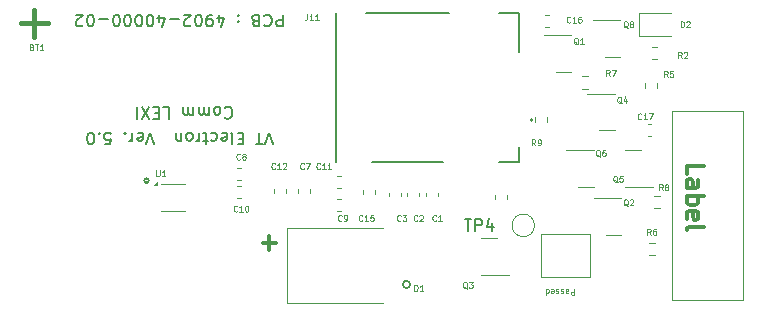
<source format=gbr>
%TF.GenerationSoftware,KiCad,Pcbnew,8.0.5*%
%TF.CreationDate,2024-10-08T13:53:17+03:00*%
%TF.ProjectId,LEXI-R422,4c455849-2d52-4343-9232-2e6b69636164,rev?*%
%TF.SameCoordinates,Original*%
%TF.FileFunction,Legend,Top*%
%TF.FilePolarity,Positive*%
%FSLAX46Y46*%
G04 Gerber Fmt 4.6, Leading zero omitted, Abs format (unit mm)*
G04 Created by KiCad (PCBNEW 8.0.5) date 2024-10-08 13:53:17*
%MOMM*%
%LPD*%
G01*
G04 APERTURE LIST*
%ADD10C,0.200000*%
%ADD11C,0.100000*%
%ADD12C,0.300000*%
%ADD13C,0.150000*%
%ADD14C,0.450000*%
%ADD15C,0.120000*%
%ADD16C,0.127000*%
G04 APERTURE END LIST*
D10*
X46510047Y-1200000D02*
G75*
G02*
X45889953Y-1200000I-310047J0D01*
G01*
X45889953Y-1200000D02*
G75*
G02*
X46510047Y-1200000I310047J0D01*
G01*
X24400000Y7600000D02*
G75*
G02*
X24000000Y7600000I-200000J0D01*
G01*
X24000000Y7600000D02*
G75*
G02*
X24400000Y7600000I200000J0D01*
G01*
D11*
X57600000Y3057600D02*
X61714800Y3057600D01*
X61714800Y-600000D01*
X57600000Y-600000D01*
X57600000Y3057600D01*
D10*
X35738094Y21652219D02*
X35738094Y20652219D01*
X35738094Y20652219D02*
X35357142Y20652219D01*
X35357142Y20652219D02*
X35261904Y20699838D01*
X35261904Y20699838D02*
X35214285Y20747457D01*
X35214285Y20747457D02*
X35166666Y20842695D01*
X35166666Y20842695D02*
X35166666Y20985552D01*
X35166666Y20985552D02*
X35214285Y21080790D01*
X35214285Y21080790D02*
X35261904Y21128409D01*
X35261904Y21128409D02*
X35357142Y21176028D01*
X35357142Y21176028D02*
X35738094Y21176028D01*
X34166666Y21556980D02*
X34214285Y21604600D01*
X34214285Y21604600D02*
X34357142Y21652219D01*
X34357142Y21652219D02*
X34452380Y21652219D01*
X34452380Y21652219D02*
X34595237Y21604600D01*
X34595237Y21604600D02*
X34690475Y21509361D01*
X34690475Y21509361D02*
X34738094Y21414123D01*
X34738094Y21414123D02*
X34785713Y21223647D01*
X34785713Y21223647D02*
X34785713Y21080790D01*
X34785713Y21080790D02*
X34738094Y20890314D01*
X34738094Y20890314D02*
X34690475Y20795076D01*
X34690475Y20795076D02*
X34595237Y20699838D01*
X34595237Y20699838D02*
X34452380Y20652219D01*
X34452380Y20652219D02*
X34357142Y20652219D01*
X34357142Y20652219D02*
X34214285Y20699838D01*
X34214285Y20699838D02*
X34166666Y20747457D01*
X33404761Y21128409D02*
X33261904Y21176028D01*
X33261904Y21176028D02*
X33214285Y21223647D01*
X33214285Y21223647D02*
X33166666Y21318885D01*
X33166666Y21318885D02*
X33166666Y21461742D01*
X33166666Y21461742D02*
X33214285Y21556980D01*
X33214285Y21556980D02*
X33261904Y21604600D01*
X33261904Y21604600D02*
X33357142Y21652219D01*
X33357142Y21652219D02*
X33738094Y21652219D01*
X33738094Y21652219D02*
X33738094Y20652219D01*
X33738094Y20652219D02*
X33404761Y20652219D01*
X33404761Y20652219D02*
X33309523Y20699838D01*
X33309523Y20699838D02*
X33261904Y20747457D01*
X33261904Y20747457D02*
X33214285Y20842695D01*
X33214285Y20842695D02*
X33214285Y20937933D01*
X33214285Y20937933D02*
X33261904Y21033171D01*
X33261904Y21033171D02*
X33309523Y21080790D01*
X33309523Y21080790D02*
X33404761Y21128409D01*
X33404761Y21128409D02*
X33738094Y21128409D01*
X31976189Y21556980D02*
X31928570Y21604600D01*
X31928570Y21604600D02*
X31976189Y21652219D01*
X31976189Y21652219D02*
X32023808Y21604600D01*
X32023808Y21604600D02*
X31976189Y21556980D01*
X31976189Y21556980D02*
X31976189Y21652219D01*
X31976189Y21033171D02*
X31928570Y21080790D01*
X31928570Y21080790D02*
X31976189Y21128409D01*
X31976189Y21128409D02*
X32023808Y21080790D01*
X32023808Y21080790D02*
X31976189Y21033171D01*
X31976189Y21033171D02*
X31976189Y21128409D01*
X30309523Y20985552D02*
X30309523Y21652219D01*
X30547618Y20604600D02*
X30785713Y21318885D01*
X30785713Y21318885D02*
X30166666Y21318885D01*
X29738094Y21652219D02*
X29547618Y21652219D01*
X29547618Y21652219D02*
X29452380Y21604600D01*
X29452380Y21604600D02*
X29404761Y21556980D01*
X29404761Y21556980D02*
X29309523Y21414123D01*
X29309523Y21414123D02*
X29261904Y21223647D01*
X29261904Y21223647D02*
X29261904Y20842695D01*
X29261904Y20842695D02*
X29309523Y20747457D01*
X29309523Y20747457D02*
X29357142Y20699838D01*
X29357142Y20699838D02*
X29452380Y20652219D01*
X29452380Y20652219D02*
X29642856Y20652219D01*
X29642856Y20652219D02*
X29738094Y20699838D01*
X29738094Y20699838D02*
X29785713Y20747457D01*
X29785713Y20747457D02*
X29833332Y20842695D01*
X29833332Y20842695D02*
X29833332Y21080790D01*
X29833332Y21080790D02*
X29785713Y21176028D01*
X29785713Y21176028D02*
X29738094Y21223647D01*
X29738094Y21223647D02*
X29642856Y21271266D01*
X29642856Y21271266D02*
X29452380Y21271266D01*
X29452380Y21271266D02*
X29357142Y21223647D01*
X29357142Y21223647D02*
X29309523Y21176028D01*
X29309523Y21176028D02*
X29261904Y21080790D01*
X28642856Y20652219D02*
X28547618Y20652219D01*
X28547618Y20652219D02*
X28452380Y20699838D01*
X28452380Y20699838D02*
X28404761Y20747457D01*
X28404761Y20747457D02*
X28357142Y20842695D01*
X28357142Y20842695D02*
X28309523Y21033171D01*
X28309523Y21033171D02*
X28309523Y21271266D01*
X28309523Y21271266D02*
X28357142Y21461742D01*
X28357142Y21461742D02*
X28404761Y21556980D01*
X28404761Y21556980D02*
X28452380Y21604600D01*
X28452380Y21604600D02*
X28547618Y21652219D01*
X28547618Y21652219D02*
X28642856Y21652219D01*
X28642856Y21652219D02*
X28738094Y21604600D01*
X28738094Y21604600D02*
X28785713Y21556980D01*
X28785713Y21556980D02*
X28833332Y21461742D01*
X28833332Y21461742D02*
X28880951Y21271266D01*
X28880951Y21271266D02*
X28880951Y21033171D01*
X28880951Y21033171D02*
X28833332Y20842695D01*
X28833332Y20842695D02*
X28785713Y20747457D01*
X28785713Y20747457D02*
X28738094Y20699838D01*
X28738094Y20699838D02*
X28642856Y20652219D01*
X27928570Y20747457D02*
X27880951Y20699838D01*
X27880951Y20699838D02*
X27785713Y20652219D01*
X27785713Y20652219D02*
X27547618Y20652219D01*
X27547618Y20652219D02*
X27452380Y20699838D01*
X27452380Y20699838D02*
X27404761Y20747457D01*
X27404761Y20747457D02*
X27357142Y20842695D01*
X27357142Y20842695D02*
X27357142Y20937933D01*
X27357142Y20937933D02*
X27404761Y21080790D01*
X27404761Y21080790D02*
X27976189Y21652219D01*
X27976189Y21652219D02*
X27357142Y21652219D01*
X26928570Y21271266D02*
X26166666Y21271266D01*
X25261904Y20985552D02*
X25261904Y21652219D01*
X25499999Y20604600D02*
X25738094Y21318885D01*
X25738094Y21318885D02*
X25119047Y21318885D01*
X24547618Y20652219D02*
X24452380Y20652219D01*
X24452380Y20652219D02*
X24357142Y20699838D01*
X24357142Y20699838D02*
X24309523Y20747457D01*
X24309523Y20747457D02*
X24261904Y20842695D01*
X24261904Y20842695D02*
X24214285Y21033171D01*
X24214285Y21033171D02*
X24214285Y21271266D01*
X24214285Y21271266D02*
X24261904Y21461742D01*
X24261904Y21461742D02*
X24309523Y21556980D01*
X24309523Y21556980D02*
X24357142Y21604600D01*
X24357142Y21604600D02*
X24452380Y21652219D01*
X24452380Y21652219D02*
X24547618Y21652219D01*
X24547618Y21652219D02*
X24642856Y21604600D01*
X24642856Y21604600D02*
X24690475Y21556980D01*
X24690475Y21556980D02*
X24738094Y21461742D01*
X24738094Y21461742D02*
X24785713Y21271266D01*
X24785713Y21271266D02*
X24785713Y21033171D01*
X24785713Y21033171D02*
X24738094Y20842695D01*
X24738094Y20842695D02*
X24690475Y20747457D01*
X24690475Y20747457D02*
X24642856Y20699838D01*
X24642856Y20699838D02*
X24547618Y20652219D01*
X23595237Y20652219D02*
X23499999Y20652219D01*
X23499999Y20652219D02*
X23404761Y20699838D01*
X23404761Y20699838D02*
X23357142Y20747457D01*
X23357142Y20747457D02*
X23309523Y20842695D01*
X23309523Y20842695D02*
X23261904Y21033171D01*
X23261904Y21033171D02*
X23261904Y21271266D01*
X23261904Y21271266D02*
X23309523Y21461742D01*
X23309523Y21461742D02*
X23357142Y21556980D01*
X23357142Y21556980D02*
X23404761Y21604600D01*
X23404761Y21604600D02*
X23499999Y21652219D01*
X23499999Y21652219D02*
X23595237Y21652219D01*
X23595237Y21652219D02*
X23690475Y21604600D01*
X23690475Y21604600D02*
X23738094Y21556980D01*
X23738094Y21556980D02*
X23785713Y21461742D01*
X23785713Y21461742D02*
X23833332Y21271266D01*
X23833332Y21271266D02*
X23833332Y21033171D01*
X23833332Y21033171D02*
X23785713Y20842695D01*
X23785713Y20842695D02*
X23738094Y20747457D01*
X23738094Y20747457D02*
X23690475Y20699838D01*
X23690475Y20699838D02*
X23595237Y20652219D01*
X22642856Y20652219D02*
X22547618Y20652219D01*
X22547618Y20652219D02*
X22452380Y20699838D01*
X22452380Y20699838D02*
X22404761Y20747457D01*
X22404761Y20747457D02*
X22357142Y20842695D01*
X22357142Y20842695D02*
X22309523Y21033171D01*
X22309523Y21033171D02*
X22309523Y21271266D01*
X22309523Y21271266D02*
X22357142Y21461742D01*
X22357142Y21461742D02*
X22404761Y21556980D01*
X22404761Y21556980D02*
X22452380Y21604600D01*
X22452380Y21604600D02*
X22547618Y21652219D01*
X22547618Y21652219D02*
X22642856Y21652219D01*
X22642856Y21652219D02*
X22738094Y21604600D01*
X22738094Y21604600D02*
X22785713Y21556980D01*
X22785713Y21556980D02*
X22833332Y21461742D01*
X22833332Y21461742D02*
X22880951Y21271266D01*
X22880951Y21271266D02*
X22880951Y21033171D01*
X22880951Y21033171D02*
X22833332Y20842695D01*
X22833332Y20842695D02*
X22785713Y20747457D01*
X22785713Y20747457D02*
X22738094Y20699838D01*
X22738094Y20699838D02*
X22642856Y20652219D01*
X21690475Y20652219D02*
X21595237Y20652219D01*
X21595237Y20652219D02*
X21499999Y20699838D01*
X21499999Y20699838D02*
X21452380Y20747457D01*
X21452380Y20747457D02*
X21404761Y20842695D01*
X21404761Y20842695D02*
X21357142Y21033171D01*
X21357142Y21033171D02*
X21357142Y21271266D01*
X21357142Y21271266D02*
X21404761Y21461742D01*
X21404761Y21461742D02*
X21452380Y21556980D01*
X21452380Y21556980D02*
X21499999Y21604600D01*
X21499999Y21604600D02*
X21595237Y21652219D01*
X21595237Y21652219D02*
X21690475Y21652219D01*
X21690475Y21652219D02*
X21785713Y21604600D01*
X21785713Y21604600D02*
X21833332Y21556980D01*
X21833332Y21556980D02*
X21880951Y21461742D01*
X21880951Y21461742D02*
X21928570Y21271266D01*
X21928570Y21271266D02*
X21928570Y21033171D01*
X21928570Y21033171D02*
X21880951Y20842695D01*
X21880951Y20842695D02*
X21833332Y20747457D01*
X21833332Y20747457D02*
X21785713Y20699838D01*
X21785713Y20699838D02*
X21690475Y20652219D01*
X20928570Y21271266D02*
X20166666Y21271266D01*
X19499999Y20652219D02*
X19404761Y20652219D01*
X19404761Y20652219D02*
X19309523Y20699838D01*
X19309523Y20699838D02*
X19261904Y20747457D01*
X19261904Y20747457D02*
X19214285Y20842695D01*
X19214285Y20842695D02*
X19166666Y21033171D01*
X19166666Y21033171D02*
X19166666Y21271266D01*
X19166666Y21271266D02*
X19214285Y21461742D01*
X19214285Y21461742D02*
X19261904Y21556980D01*
X19261904Y21556980D02*
X19309523Y21604600D01*
X19309523Y21604600D02*
X19404761Y21652219D01*
X19404761Y21652219D02*
X19499999Y21652219D01*
X19499999Y21652219D02*
X19595237Y21604600D01*
X19595237Y21604600D02*
X19642856Y21556980D01*
X19642856Y21556980D02*
X19690475Y21461742D01*
X19690475Y21461742D02*
X19738094Y21271266D01*
X19738094Y21271266D02*
X19738094Y21033171D01*
X19738094Y21033171D02*
X19690475Y20842695D01*
X19690475Y20842695D02*
X19642856Y20747457D01*
X19642856Y20747457D02*
X19595237Y20699838D01*
X19595237Y20699838D02*
X19499999Y20652219D01*
X18785713Y20747457D02*
X18738094Y20699838D01*
X18738094Y20699838D02*
X18642856Y20652219D01*
X18642856Y20652219D02*
X18404761Y20652219D01*
X18404761Y20652219D02*
X18309523Y20699838D01*
X18309523Y20699838D02*
X18261904Y20747457D01*
X18261904Y20747457D02*
X18214285Y20842695D01*
X18214285Y20842695D02*
X18214285Y20937933D01*
X18214285Y20937933D02*
X18261904Y21080790D01*
X18261904Y21080790D02*
X18833332Y21652219D01*
X18833332Y21652219D02*
X18214285Y21652219D01*
X34904762Y10652219D02*
X34571429Y11652219D01*
X34571429Y11652219D02*
X34238096Y10652219D01*
X34047619Y10652219D02*
X33476191Y10652219D01*
X33761905Y11652219D02*
X33761905Y10652219D01*
X32380952Y11128409D02*
X32047619Y11128409D01*
X31904762Y11652219D02*
X32380952Y11652219D01*
X32380952Y11652219D02*
X32380952Y10652219D01*
X32380952Y10652219D02*
X31904762Y10652219D01*
X31333333Y11652219D02*
X31428571Y11604600D01*
X31428571Y11604600D02*
X31476190Y11509361D01*
X31476190Y11509361D02*
X31476190Y10652219D01*
X30571428Y11604600D02*
X30666666Y11652219D01*
X30666666Y11652219D02*
X30857142Y11652219D01*
X30857142Y11652219D02*
X30952380Y11604600D01*
X30952380Y11604600D02*
X30999999Y11509361D01*
X30999999Y11509361D02*
X30999999Y11128409D01*
X30999999Y11128409D02*
X30952380Y11033171D01*
X30952380Y11033171D02*
X30857142Y10985552D01*
X30857142Y10985552D02*
X30666666Y10985552D01*
X30666666Y10985552D02*
X30571428Y11033171D01*
X30571428Y11033171D02*
X30523809Y11128409D01*
X30523809Y11128409D02*
X30523809Y11223647D01*
X30523809Y11223647D02*
X30999999Y11318885D01*
X29666666Y11604600D02*
X29761904Y11652219D01*
X29761904Y11652219D02*
X29952380Y11652219D01*
X29952380Y11652219D02*
X30047618Y11604600D01*
X30047618Y11604600D02*
X30095237Y11556980D01*
X30095237Y11556980D02*
X30142856Y11461742D01*
X30142856Y11461742D02*
X30142856Y11176028D01*
X30142856Y11176028D02*
X30095237Y11080790D01*
X30095237Y11080790D02*
X30047618Y11033171D01*
X30047618Y11033171D02*
X29952380Y10985552D01*
X29952380Y10985552D02*
X29761904Y10985552D01*
X29761904Y10985552D02*
X29666666Y11033171D01*
X29380951Y10985552D02*
X28999999Y10985552D01*
X29238094Y10652219D02*
X29238094Y11509361D01*
X29238094Y11509361D02*
X29190475Y11604600D01*
X29190475Y11604600D02*
X29095237Y11652219D01*
X29095237Y11652219D02*
X28999999Y11652219D01*
X28666665Y11652219D02*
X28666665Y10985552D01*
X28666665Y11176028D02*
X28619046Y11080790D01*
X28619046Y11080790D02*
X28571427Y11033171D01*
X28571427Y11033171D02*
X28476189Y10985552D01*
X28476189Y10985552D02*
X28380951Y10985552D01*
X27904760Y11652219D02*
X27999998Y11604600D01*
X27999998Y11604600D02*
X28047617Y11556980D01*
X28047617Y11556980D02*
X28095236Y11461742D01*
X28095236Y11461742D02*
X28095236Y11176028D01*
X28095236Y11176028D02*
X28047617Y11080790D01*
X28047617Y11080790D02*
X27999998Y11033171D01*
X27999998Y11033171D02*
X27904760Y10985552D01*
X27904760Y10985552D02*
X27761903Y10985552D01*
X27761903Y10985552D02*
X27666665Y11033171D01*
X27666665Y11033171D02*
X27619046Y11080790D01*
X27619046Y11080790D02*
X27571427Y11176028D01*
X27571427Y11176028D02*
X27571427Y11461742D01*
X27571427Y11461742D02*
X27619046Y11556980D01*
X27619046Y11556980D02*
X27666665Y11604600D01*
X27666665Y11604600D02*
X27761903Y11652219D01*
X27761903Y11652219D02*
X27904760Y11652219D01*
X27142855Y10985552D02*
X27142855Y11652219D01*
X27142855Y11080790D02*
X27095236Y11033171D01*
X27095236Y11033171D02*
X26999998Y10985552D01*
X26999998Y10985552D02*
X26857141Y10985552D01*
X26857141Y10985552D02*
X26761903Y11033171D01*
X26761903Y11033171D02*
X26714284Y11128409D01*
X26714284Y11128409D02*
X26714284Y11652219D01*
X24857140Y10652219D02*
X24523807Y11652219D01*
X24523807Y11652219D02*
X24190474Y10652219D01*
X23476188Y11604600D02*
X23571426Y11652219D01*
X23571426Y11652219D02*
X23761902Y11652219D01*
X23761902Y11652219D02*
X23857140Y11604600D01*
X23857140Y11604600D02*
X23904759Y11509361D01*
X23904759Y11509361D02*
X23904759Y11128409D01*
X23904759Y11128409D02*
X23857140Y11033171D01*
X23857140Y11033171D02*
X23761902Y10985552D01*
X23761902Y10985552D02*
X23571426Y10985552D01*
X23571426Y10985552D02*
X23476188Y11033171D01*
X23476188Y11033171D02*
X23428569Y11128409D01*
X23428569Y11128409D02*
X23428569Y11223647D01*
X23428569Y11223647D02*
X23904759Y11318885D01*
X22999997Y11652219D02*
X22999997Y10985552D01*
X22999997Y11176028D02*
X22952378Y11080790D01*
X22952378Y11080790D02*
X22904759Y11033171D01*
X22904759Y11033171D02*
X22809521Y10985552D01*
X22809521Y10985552D02*
X22714283Y10985552D01*
X22380949Y11556980D02*
X22333330Y11604600D01*
X22333330Y11604600D02*
X22380949Y11652219D01*
X22380949Y11652219D02*
X22428568Y11604600D01*
X22428568Y11604600D02*
X22380949Y11556980D01*
X22380949Y11556980D02*
X22380949Y11652219D01*
X20666664Y10652219D02*
X21142854Y10652219D01*
X21142854Y10652219D02*
X21190473Y11128409D01*
X21190473Y11128409D02*
X21142854Y11080790D01*
X21142854Y11080790D02*
X21047616Y11033171D01*
X21047616Y11033171D02*
X20809521Y11033171D01*
X20809521Y11033171D02*
X20714283Y11080790D01*
X20714283Y11080790D02*
X20666664Y11128409D01*
X20666664Y11128409D02*
X20619045Y11223647D01*
X20619045Y11223647D02*
X20619045Y11461742D01*
X20619045Y11461742D02*
X20666664Y11556980D01*
X20666664Y11556980D02*
X20714283Y11604600D01*
X20714283Y11604600D02*
X20809521Y11652219D01*
X20809521Y11652219D02*
X21047616Y11652219D01*
X21047616Y11652219D02*
X21142854Y11604600D01*
X21142854Y11604600D02*
X21190473Y11556980D01*
X20190473Y11556980D02*
X20142854Y11604600D01*
X20142854Y11604600D02*
X20190473Y11652219D01*
X20190473Y11652219D02*
X20238092Y11604600D01*
X20238092Y11604600D02*
X20190473Y11556980D01*
X20190473Y11556980D02*
X20190473Y11652219D01*
X19523807Y10652219D02*
X19428569Y10652219D01*
X19428569Y10652219D02*
X19333331Y10699838D01*
X19333331Y10699838D02*
X19285712Y10747457D01*
X19285712Y10747457D02*
X19238093Y10842695D01*
X19238093Y10842695D02*
X19190474Y11033171D01*
X19190474Y11033171D02*
X19190474Y11271266D01*
X19190474Y11271266D02*
X19238093Y11461742D01*
X19238093Y11461742D02*
X19285712Y11556980D01*
X19285712Y11556980D02*
X19333331Y11604600D01*
X19333331Y11604600D02*
X19428569Y11652219D01*
X19428569Y11652219D02*
X19523807Y11652219D01*
X19523807Y11652219D02*
X19619045Y11604600D01*
X19619045Y11604600D02*
X19666664Y11556980D01*
X19666664Y11556980D02*
X19714283Y11461742D01*
X19714283Y11461742D02*
X19761902Y11271266D01*
X19761902Y11271266D02*
X19761902Y11033171D01*
X19761902Y11033171D02*
X19714283Y10842695D01*
X19714283Y10842695D02*
X19666664Y10747457D01*
X19666664Y10747457D02*
X19619045Y10699838D01*
X19619045Y10699838D02*
X19523807Y10652219D01*
D12*
X69921671Y8128571D02*
X69921671Y8842857D01*
X69921671Y8842857D02*
X71421671Y8842857D01*
X69921671Y6985714D02*
X70707385Y6985714D01*
X70707385Y6985714D02*
X70850242Y7057142D01*
X70850242Y7057142D02*
X70921671Y7199999D01*
X70921671Y7199999D02*
X70921671Y7485714D01*
X70921671Y7485714D02*
X70850242Y7628571D01*
X69993100Y6985714D02*
X69921671Y7128571D01*
X69921671Y7128571D02*
X69921671Y7485714D01*
X69921671Y7485714D02*
X69993100Y7628571D01*
X69993100Y7628571D02*
X70135957Y7699999D01*
X70135957Y7699999D02*
X70278814Y7699999D01*
X70278814Y7699999D02*
X70421671Y7628571D01*
X70421671Y7628571D02*
X70493100Y7485714D01*
X70493100Y7485714D02*
X70493100Y7128571D01*
X70493100Y7128571D02*
X70564528Y6985714D01*
X69921671Y6271428D02*
X71421671Y6271428D01*
X70850242Y6271428D02*
X70921671Y6128571D01*
X70921671Y6128571D02*
X70921671Y5842856D01*
X70921671Y5842856D02*
X70850242Y5699999D01*
X70850242Y5699999D02*
X70778814Y5628571D01*
X70778814Y5628571D02*
X70635957Y5557142D01*
X70635957Y5557142D02*
X70207385Y5557142D01*
X70207385Y5557142D02*
X70064528Y5628571D01*
X70064528Y5628571D02*
X69993100Y5699999D01*
X69993100Y5699999D02*
X69921671Y5842856D01*
X69921671Y5842856D02*
X69921671Y6128571D01*
X69921671Y6128571D02*
X69993100Y6271428D01*
X69993100Y4342856D02*
X69921671Y4485713D01*
X69921671Y4485713D02*
X69921671Y4771428D01*
X69921671Y4771428D02*
X69993100Y4914285D01*
X69993100Y4914285D02*
X70135957Y4985713D01*
X70135957Y4985713D02*
X70707385Y4985713D01*
X70707385Y4985713D02*
X70850242Y4914285D01*
X70850242Y4914285D02*
X70921671Y4771428D01*
X70921671Y4771428D02*
X70921671Y4485713D01*
X70921671Y4485713D02*
X70850242Y4342856D01*
X70850242Y4342856D02*
X70707385Y4271428D01*
X70707385Y4271428D02*
X70564528Y4271428D01*
X70564528Y4271428D02*
X70421671Y4985713D01*
X69921671Y3414285D02*
X69993100Y3557142D01*
X69993100Y3557142D02*
X70135957Y3628571D01*
X70135957Y3628571D02*
X71421671Y3628571D01*
D11*
X60402380Y-1573890D02*
X60402380Y-2073890D01*
X60402380Y-2073890D02*
X60211904Y-2073890D01*
X60211904Y-2073890D02*
X60164285Y-2050080D01*
X60164285Y-2050080D02*
X60140475Y-2026271D01*
X60140475Y-2026271D02*
X60116666Y-1978652D01*
X60116666Y-1978652D02*
X60116666Y-1907223D01*
X60116666Y-1907223D02*
X60140475Y-1859604D01*
X60140475Y-1859604D02*
X60164285Y-1835795D01*
X60164285Y-1835795D02*
X60211904Y-1811985D01*
X60211904Y-1811985D02*
X60402380Y-1811985D01*
X59688094Y-1573890D02*
X59688094Y-1835795D01*
X59688094Y-1835795D02*
X59711904Y-1883414D01*
X59711904Y-1883414D02*
X59759523Y-1907223D01*
X59759523Y-1907223D02*
X59854761Y-1907223D01*
X59854761Y-1907223D02*
X59902380Y-1883414D01*
X59688094Y-1597700D02*
X59735713Y-1573890D01*
X59735713Y-1573890D02*
X59854761Y-1573890D01*
X59854761Y-1573890D02*
X59902380Y-1597700D01*
X59902380Y-1597700D02*
X59926189Y-1645319D01*
X59926189Y-1645319D02*
X59926189Y-1692938D01*
X59926189Y-1692938D02*
X59902380Y-1740557D01*
X59902380Y-1740557D02*
X59854761Y-1764366D01*
X59854761Y-1764366D02*
X59735713Y-1764366D01*
X59735713Y-1764366D02*
X59688094Y-1788176D01*
X59473808Y-1597700D02*
X59426189Y-1573890D01*
X59426189Y-1573890D02*
X59330951Y-1573890D01*
X59330951Y-1573890D02*
X59283332Y-1597700D01*
X59283332Y-1597700D02*
X59259523Y-1645319D01*
X59259523Y-1645319D02*
X59259523Y-1669128D01*
X59259523Y-1669128D02*
X59283332Y-1716747D01*
X59283332Y-1716747D02*
X59330951Y-1740557D01*
X59330951Y-1740557D02*
X59402380Y-1740557D01*
X59402380Y-1740557D02*
X59449999Y-1764366D01*
X59449999Y-1764366D02*
X59473808Y-1811985D01*
X59473808Y-1811985D02*
X59473808Y-1835795D01*
X59473808Y-1835795D02*
X59449999Y-1883414D01*
X59449999Y-1883414D02*
X59402380Y-1907223D01*
X59402380Y-1907223D02*
X59330951Y-1907223D01*
X59330951Y-1907223D02*
X59283332Y-1883414D01*
X59069046Y-1597700D02*
X59021427Y-1573890D01*
X59021427Y-1573890D02*
X58926189Y-1573890D01*
X58926189Y-1573890D02*
X58878570Y-1597700D01*
X58878570Y-1597700D02*
X58854761Y-1645319D01*
X58854761Y-1645319D02*
X58854761Y-1669128D01*
X58854761Y-1669128D02*
X58878570Y-1716747D01*
X58878570Y-1716747D02*
X58926189Y-1740557D01*
X58926189Y-1740557D02*
X58997618Y-1740557D01*
X58997618Y-1740557D02*
X59045237Y-1764366D01*
X59045237Y-1764366D02*
X59069046Y-1811985D01*
X59069046Y-1811985D02*
X59069046Y-1835795D01*
X59069046Y-1835795D02*
X59045237Y-1883414D01*
X59045237Y-1883414D02*
X58997618Y-1907223D01*
X58997618Y-1907223D02*
X58926189Y-1907223D01*
X58926189Y-1907223D02*
X58878570Y-1883414D01*
X58449999Y-1597700D02*
X58497618Y-1573890D01*
X58497618Y-1573890D02*
X58592856Y-1573890D01*
X58592856Y-1573890D02*
X58640475Y-1597700D01*
X58640475Y-1597700D02*
X58664284Y-1645319D01*
X58664284Y-1645319D02*
X58664284Y-1835795D01*
X58664284Y-1835795D02*
X58640475Y-1883414D01*
X58640475Y-1883414D02*
X58592856Y-1907223D01*
X58592856Y-1907223D02*
X58497618Y-1907223D01*
X58497618Y-1907223D02*
X58449999Y-1883414D01*
X58449999Y-1883414D02*
X58426189Y-1835795D01*
X58426189Y-1835795D02*
X58426189Y-1788176D01*
X58426189Y-1788176D02*
X58664284Y-1740557D01*
X57997618Y-1573890D02*
X57997618Y-2073890D01*
X57997618Y-1597700D02*
X58045237Y-1573890D01*
X58045237Y-1573890D02*
X58140475Y-1573890D01*
X58140475Y-1573890D02*
X58188094Y-1597700D01*
X58188094Y-1597700D02*
X58211904Y-1621509D01*
X58211904Y-1621509D02*
X58235713Y-1669128D01*
X58235713Y-1669128D02*
X58235713Y-1811985D01*
X58235713Y-1811985D02*
X58211904Y-1859604D01*
X58211904Y-1859604D02*
X58188094Y-1883414D01*
X58188094Y-1883414D02*
X58140475Y-1907223D01*
X58140475Y-1907223D02*
X58045237Y-1907223D01*
X58045237Y-1907223D02*
X57997618Y-1883414D01*
D10*
X30828571Y13752008D02*
X30876190Y13799628D01*
X30876190Y13799628D02*
X31019047Y13847247D01*
X31019047Y13847247D02*
X31114285Y13847247D01*
X31114285Y13847247D02*
X31257142Y13799628D01*
X31257142Y13799628D02*
X31352380Y13704389D01*
X31352380Y13704389D02*
X31399999Y13609151D01*
X31399999Y13609151D02*
X31447618Y13418675D01*
X31447618Y13418675D02*
X31447618Y13275818D01*
X31447618Y13275818D02*
X31399999Y13085342D01*
X31399999Y13085342D02*
X31352380Y12990104D01*
X31352380Y12990104D02*
X31257142Y12894866D01*
X31257142Y12894866D02*
X31114285Y12847247D01*
X31114285Y12847247D02*
X31019047Y12847247D01*
X31019047Y12847247D02*
X30876190Y12894866D01*
X30876190Y12894866D02*
X30828571Y12942485D01*
X30257142Y13847247D02*
X30352380Y13799628D01*
X30352380Y13799628D02*
X30399999Y13752008D01*
X30399999Y13752008D02*
X30447618Y13656770D01*
X30447618Y13656770D02*
X30447618Y13371056D01*
X30447618Y13371056D02*
X30399999Y13275818D01*
X30399999Y13275818D02*
X30352380Y13228199D01*
X30352380Y13228199D02*
X30257142Y13180580D01*
X30257142Y13180580D02*
X30114285Y13180580D01*
X30114285Y13180580D02*
X30019047Y13228199D01*
X30019047Y13228199D02*
X29971428Y13275818D01*
X29971428Y13275818D02*
X29923809Y13371056D01*
X29923809Y13371056D02*
X29923809Y13656770D01*
X29923809Y13656770D02*
X29971428Y13752008D01*
X29971428Y13752008D02*
X30019047Y13799628D01*
X30019047Y13799628D02*
X30114285Y13847247D01*
X30114285Y13847247D02*
X30257142Y13847247D01*
X29495237Y13847247D02*
X29495237Y13180580D01*
X29495237Y13275818D02*
X29447618Y13228199D01*
X29447618Y13228199D02*
X29352380Y13180580D01*
X29352380Y13180580D02*
X29209523Y13180580D01*
X29209523Y13180580D02*
X29114285Y13228199D01*
X29114285Y13228199D02*
X29066666Y13323437D01*
X29066666Y13323437D02*
X29066666Y13847247D01*
X29066666Y13323437D02*
X29019047Y13228199D01*
X29019047Y13228199D02*
X28923809Y13180580D01*
X28923809Y13180580D02*
X28780952Y13180580D01*
X28780952Y13180580D02*
X28685713Y13228199D01*
X28685713Y13228199D02*
X28638094Y13323437D01*
X28638094Y13323437D02*
X28638094Y13847247D01*
X28161904Y13847247D02*
X28161904Y13180580D01*
X28161904Y13275818D02*
X28114285Y13228199D01*
X28114285Y13228199D02*
X28019047Y13180580D01*
X28019047Y13180580D02*
X27876190Y13180580D01*
X27876190Y13180580D02*
X27780952Y13228199D01*
X27780952Y13228199D02*
X27733333Y13323437D01*
X27733333Y13323437D02*
X27733333Y13847247D01*
X27733333Y13323437D02*
X27685714Y13228199D01*
X27685714Y13228199D02*
X27590476Y13180580D01*
X27590476Y13180580D02*
X27447619Y13180580D01*
X27447619Y13180580D02*
X27352380Y13228199D01*
X27352380Y13228199D02*
X27304761Y13323437D01*
X27304761Y13323437D02*
X27304761Y13847247D01*
X25590476Y13847247D02*
X26066666Y13847247D01*
X26066666Y13847247D02*
X26066666Y12847247D01*
X25257142Y13323437D02*
X24923809Y13323437D01*
X24780952Y13847247D02*
X25257142Y13847247D01*
X25257142Y13847247D02*
X25257142Y12847247D01*
X25257142Y12847247D02*
X24780952Y12847247D01*
X24447618Y12847247D02*
X23780952Y13847247D01*
X23780952Y12847247D02*
X24447618Y13847247D01*
X23399999Y13847247D02*
X23399999Y12847247D01*
D12*
X34028571Y2293100D02*
X35171429Y2293100D01*
X34600000Y1721671D02*
X34600000Y2864528D01*
D11*
X48716666Y4221509D02*
X48692857Y4197700D01*
X48692857Y4197700D02*
X48621428Y4173890D01*
X48621428Y4173890D02*
X48573809Y4173890D01*
X48573809Y4173890D02*
X48502381Y4197700D01*
X48502381Y4197700D02*
X48454762Y4245319D01*
X48454762Y4245319D02*
X48430952Y4292938D01*
X48430952Y4292938D02*
X48407143Y4388176D01*
X48407143Y4388176D02*
X48407143Y4459604D01*
X48407143Y4459604D02*
X48430952Y4554842D01*
X48430952Y4554842D02*
X48454762Y4602461D01*
X48454762Y4602461D02*
X48502381Y4650080D01*
X48502381Y4650080D02*
X48573809Y4673890D01*
X48573809Y4673890D02*
X48621428Y4673890D01*
X48621428Y4673890D02*
X48692857Y4650080D01*
X48692857Y4650080D02*
X48716666Y4626271D01*
X49192857Y4173890D02*
X48907143Y4173890D01*
X49050000Y4173890D02*
X49050000Y4673890D01*
X49050000Y4673890D02*
X49002381Y4602461D01*
X49002381Y4602461D02*
X48954762Y4554842D01*
X48954762Y4554842D02*
X48907143Y4531033D01*
X47116666Y4221509D02*
X47092857Y4197700D01*
X47092857Y4197700D02*
X47021428Y4173890D01*
X47021428Y4173890D02*
X46973809Y4173890D01*
X46973809Y4173890D02*
X46902381Y4197700D01*
X46902381Y4197700D02*
X46854762Y4245319D01*
X46854762Y4245319D02*
X46830952Y4292938D01*
X46830952Y4292938D02*
X46807143Y4388176D01*
X46807143Y4388176D02*
X46807143Y4459604D01*
X46807143Y4459604D02*
X46830952Y4554842D01*
X46830952Y4554842D02*
X46854762Y4602461D01*
X46854762Y4602461D02*
X46902381Y4650080D01*
X46902381Y4650080D02*
X46973809Y4673890D01*
X46973809Y4673890D02*
X47021428Y4673890D01*
X47021428Y4673890D02*
X47092857Y4650080D01*
X47092857Y4650080D02*
X47116666Y4626271D01*
X47307143Y4626271D02*
X47330952Y4650080D01*
X47330952Y4650080D02*
X47378571Y4673890D01*
X47378571Y4673890D02*
X47497619Y4673890D01*
X47497619Y4673890D02*
X47545238Y4650080D01*
X47545238Y4650080D02*
X47569047Y4626271D01*
X47569047Y4626271D02*
X47592857Y4578652D01*
X47592857Y4578652D02*
X47592857Y4531033D01*
X47592857Y4531033D02*
X47569047Y4459604D01*
X47569047Y4459604D02*
X47283333Y4173890D01*
X47283333Y4173890D02*
X47592857Y4173890D01*
X45716666Y4221509D02*
X45692857Y4197700D01*
X45692857Y4197700D02*
X45621428Y4173890D01*
X45621428Y4173890D02*
X45573809Y4173890D01*
X45573809Y4173890D02*
X45502381Y4197700D01*
X45502381Y4197700D02*
X45454762Y4245319D01*
X45454762Y4245319D02*
X45430952Y4292938D01*
X45430952Y4292938D02*
X45407143Y4388176D01*
X45407143Y4388176D02*
X45407143Y4459604D01*
X45407143Y4459604D02*
X45430952Y4554842D01*
X45430952Y4554842D02*
X45454762Y4602461D01*
X45454762Y4602461D02*
X45502381Y4650080D01*
X45502381Y4650080D02*
X45573809Y4673890D01*
X45573809Y4673890D02*
X45621428Y4673890D01*
X45621428Y4673890D02*
X45692857Y4650080D01*
X45692857Y4650080D02*
X45716666Y4626271D01*
X45883333Y4673890D02*
X46192857Y4673890D01*
X46192857Y4673890D02*
X46026190Y4483414D01*
X46026190Y4483414D02*
X46097619Y4483414D01*
X46097619Y4483414D02*
X46145238Y4459604D01*
X46145238Y4459604D02*
X46169047Y4435795D01*
X46169047Y4435795D02*
X46192857Y4388176D01*
X46192857Y4388176D02*
X46192857Y4269128D01*
X46192857Y4269128D02*
X46169047Y4221509D01*
X46169047Y4221509D02*
X46145238Y4197700D01*
X46145238Y4197700D02*
X46097619Y4173890D01*
X46097619Y4173890D02*
X45954762Y4173890D01*
X45954762Y4173890D02*
X45907143Y4197700D01*
X45907143Y4197700D02*
X45883333Y4221509D01*
X37516666Y8621509D02*
X37492857Y8597700D01*
X37492857Y8597700D02*
X37421428Y8573890D01*
X37421428Y8573890D02*
X37373809Y8573890D01*
X37373809Y8573890D02*
X37302381Y8597700D01*
X37302381Y8597700D02*
X37254762Y8645319D01*
X37254762Y8645319D02*
X37230952Y8692938D01*
X37230952Y8692938D02*
X37207143Y8788176D01*
X37207143Y8788176D02*
X37207143Y8859604D01*
X37207143Y8859604D02*
X37230952Y8954842D01*
X37230952Y8954842D02*
X37254762Y9002461D01*
X37254762Y9002461D02*
X37302381Y9050080D01*
X37302381Y9050080D02*
X37373809Y9073890D01*
X37373809Y9073890D02*
X37421428Y9073890D01*
X37421428Y9073890D02*
X37492857Y9050080D01*
X37492857Y9050080D02*
X37516666Y9026271D01*
X37683333Y9073890D02*
X38016666Y9073890D01*
X38016666Y9073890D02*
X37802381Y8573890D01*
X32116666Y9421509D02*
X32092857Y9397700D01*
X32092857Y9397700D02*
X32021428Y9373890D01*
X32021428Y9373890D02*
X31973809Y9373890D01*
X31973809Y9373890D02*
X31902381Y9397700D01*
X31902381Y9397700D02*
X31854762Y9445319D01*
X31854762Y9445319D02*
X31830952Y9492938D01*
X31830952Y9492938D02*
X31807143Y9588176D01*
X31807143Y9588176D02*
X31807143Y9659604D01*
X31807143Y9659604D02*
X31830952Y9754842D01*
X31830952Y9754842D02*
X31854762Y9802461D01*
X31854762Y9802461D02*
X31902381Y9850080D01*
X31902381Y9850080D02*
X31973809Y9873890D01*
X31973809Y9873890D02*
X32021428Y9873890D01*
X32021428Y9873890D02*
X32092857Y9850080D01*
X32092857Y9850080D02*
X32116666Y9826271D01*
X32402381Y9659604D02*
X32354762Y9683414D01*
X32354762Y9683414D02*
X32330952Y9707223D01*
X32330952Y9707223D02*
X32307143Y9754842D01*
X32307143Y9754842D02*
X32307143Y9778652D01*
X32307143Y9778652D02*
X32330952Y9826271D01*
X32330952Y9826271D02*
X32354762Y9850080D01*
X32354762Y9850080D02*
X32402381Y9873890D01*
X32402381Y9873890D02*
X32497619Y9873890D01*
X32497619Y9873890D02*
X32545238Y9850080D01*
X32545238Y9850080D02*
X32569047Y9826271D01*
X32569047Y9826271D02*
X32592857Y9778652D01*
X32592857Y9778652D02*
X32592857Y9754842D01*
X32592857Y9754842D02*
X32569047Y9707223D01*
X32569047Y9707223D02*
X32545238Y9683414D01*
X32545238Y9683414D02*
X32497619Y9659604D01*
X32497619Y9659604D02*
X32402381Y9659604D01*
X32402381Y9659604D02*
X32354762Y9635795D01*
X32354762Y9635795D02*
X32330952Y9611985D01*
X32330952Y9611985D02*
X32307143Y9564366D01*
X32307143Y9564366D02*
X32307143Y9469128D01*
X32307143Y9469128D02*
X32330952Y9421509D01*
X32330952Y9421509D02*
X32354762Y9397700D01*
X32354762Y9397700D02*
X32402381Y9373890D01*
X32402381Y9373890D02*
X32497619Y9373890D01*
X32497619Y9373890D02*
X32545238Y9397700D01*
X32545238Y9397700D02*
X32569047Y9421509D01*
X32569047Y9421509D02*
X32592857Y9469128D01*
X32592857Y9469128D02*
X32592857Y9564366D01*
X32592857Y9564366D02*
X32569047Y9611985D01*
X32569047Y9611985D02*
X32545238Y9635795D01*
X32545238Y9635795D02*
X32497619Y9659604D01*
X40716666Y4221509D02*
X40692857Y4197700D01*
X40692857Y4197700D02*
X40621428Y4173890D01*
X40621428Y4173890D02*
X40573809Y4173890D01*
X40573809Y4173890D02*
X40502381Y4197700D01*
X40502381Y4197700D02*
X40454762Y4245319D01*
X40454762Y4245319D02*
X40430952Y4292938D01*
X40430952Y4292938D02*
X40407143Y4388176D01*
X40407143Y4388176D02*
X40407143Y4459604D01*
X40407143Y4459604D02*
X40430952Y4554842D01*
X40430952Y4554842D02*
X40454762Y4602461D01*
X40454762Y4602461D02*
X40502381Y4650080D01*
X40502381Y4650080D02*
X40573809Y4673890D01*
X40573809Y4673890D02*
X40621428Y4673890D01*
X40621428Y4673890D02*
X40692857Y4650080D01*
X40692857Y4650080D02*
X40716666Y4626271D01*
X40954762Y4173890D02*
X41050000Y4173890D01*
X41050000Y4173890D02*
X41097619Y4197700D01*
X41097619Y4197700D02*
X41121428Y4221509D01*
X41121428Y4221509D02*
X41169047Y4292938D01*
X41169047Y4292938D02*
X41192857Y4388176D01*
X41192857Y4388176D02*
X41192857Y4578652D01*
X41192857Y4578652D02*
X41169047Y4626271D01*
X41169047Y4626271D02*
X41145238Y4650080D01*
X41145238Y4650080D02*
X41097619Y4673890D01*
X41097619Y4673890D02*
X41002381Y4673890D01*
X41002381Y4673890D02*
X40954762Y4650080D01*
X40954762Y4650080D02*
X40930952Y4626271D01*
X40930952Y4626271D02*
X40907143Y4578652D01*
X40907143Y4578652D02*
X40907143Y4459604D01*
X40907143Y4459604D02*
X40930952Y4411985D01*
X40930952Y4411985D02*
X40954762Y4388176D01*
X40954762Y4388176D02*
X41002381Y4364366D01*
X41002381Y4364366D02*
X41097619Y4364366D01*
X41097619Y4364366D02*
X41145238Y4388176D01*
X41145238Y4388176D02*
X41169047Y4411985D01*
X41169047Y4411985D02*
X41192857Y4459604D01*
X31878571Y5021509D02*
X31854762Y4997700D01*
X31854762Y4997700D02*
X31783333Y4973890D01*
X31783333Y4973890D02*
X31735714Y4973890D01*
X31735714Y4973890D02*
X31664286Y4997700D01*
X31664286Y4997700D02*
X31616667Y5045319D01*
X31616667Y5045319D02*
X31592857Y5092938D01*
X31592857Y5092938D02*
X31569048Y5188176D01*
X31569048Y5188176D02*
X31569048Y5259604D01*
X31569048Y5259604D02*
X31592857Y5354842D01*
X31592857Y5354842D02*
X31616667Y5402461D01*
X31616667Y5402461D02*
X31664286Y5450080D01*
X31664286Y5450080D02*
X31735714Y5473890D01*
X31735714Y5473890D02*
X31783333Y5473890D01*
X31783333Y5473890D02*
X31854762Y5450080D01*
X31854762Y5450080D02*
X31878571Y5426271D01*
X32354762Y4973890D02*
X32069048Y4973890D01*
X32211905Y4973890D02*
X32211905Y5473890D01*
X32211905Y5473890D02*
X32164286Y5402461D01*
X32164286Y5402461D02*
X32116667Y5354842D01*
X32116667Y5354842D02*
X32069048Y5331033D01*
X32664285Y5473890D02*
X32711904Y5473890D01*
X32711904Y5473890D02*
X32759523Y5450080D01*
X32759523Y5450080D02*
X32783333Y5426271D01*
X32783333Y5426271D02*
X32807142Y5378652D01*
X32807142Y5378652D02*
X32830952Y5283414D01*
X32830952Y5283414D02*
X32830952Y5164366D01*
X32830952Y5164366D02*
X32807142Y5069128D01*
X32807142Y5069128D02*
X32783333Y5021509D01*
X32783333Y5021509D02*
X32759523Y4997700D01*
X32759523Y4997700D02*
X32711904Y4973890D01*
X32711904Y4973890D02*
X32664285Y4973890D01*
X32664285Y4973890D02*
X32616666Y4997700D01*
X32616666Y4997700D02*
X32592857Y5021509D01*
X32592857Y5021509D02*
X32569047Y5069128D01*
X32569047Y5069128D02*
X32545238Y5164366D01*
X32545238Y5164366D02*
X32545238Y5283414D01*
X32545238Y5283414D02*
X32569047Y5378652D01*
X32569047Y5378652D02*
X32592857Y5426271D01*
X32592857Y5426271D02*
X32616666Y5450080D01*
X32616666Y5450080D02*
X32664285Y5473890D01*
X38878571Y8621509D02*
X38854762Y8597700D01*
X38854762Y8597700D02*
X38783333Y8573890D01*
X38783333Y8573890D02*
X38735714Y8573890D01*
X38735714Y8573890D02*
X38664286Y8597700D01*
X38664286Y8597700D02*
X38616667Y8645319D01*
X38616667Y8645319D02*
X38592857Y8692938D01*
X38592857Y8692938D02*
X38569048Y8788176D01*
X38569048Y8788176D02*
X38569048Y8859604D01*
X38569048Y8859604D02*
X38592857Y8954842D01*
X38592857Y8954842D02*
X38616667Y9002461D01*
X38616667Y9002461D02*
X38664286Y9050080D01*
X38664286Y9050080D02*
X38735714Y9073890D01*
X38735714Y9073890D02*
X38783333Y9073890D01*
X38783333Y9073890D02*
X38854762Y9050080D01*
X38854762Y9050080D02*
X38878571Y9026271D01*
X39354762Y8573890D02*
X39069048Y8573890D01*
X39211905Y8573890D02*
X39211905Y9073890D01*
X39211905Y9073890D02*
X39164286Y9002461D01*
X39164286Y9002461D02*
X39116667Y8954842D01*
X39116667Y8954842D02*
X39069048Y8931033D01*
X39830952Y8573890D02*
X39545238Y8573890D01*
X39688095Y8573890D02*
X39688095Y9073890D01*
X39688095Y9073890D02*
X39640476Y9002461D01*
X39640476Y9002461D02*
X39592857Y8954842D01*
X39592857Y8954842D02*
X39545238Y8931033D01*
X35078571Y8621509D02*
X35054762Y8597700D01*
X35054762Y8597700D02*
X34983333Y8573890D01*
X34983333Y8573890D02*
X34935714Y8573890D01*
X34935714Y8573890D02*
X34864286Y8597700D01*
X34864286Y8597700D02*
X34816667Y8645319D01*
X34816667Y8645319D02*
X34792857Y8692938D01*
X34792857Y8692938D02*
X34769048Y8788176D01*
X34769048Y8788176D02*
X34769048Y8859604D01*
X34769048Y8859604D02*
X34792857Y8954842D01*
X34792857Y8954842D02*
X34816667Y9002461D01*
X34816667Y9002461D02*
X34864286Y9050080D01*
X34864286Y9050080D02*
X34935714Y9073890D01*
X34935714Y9073890D02*
X34983333Y9073890D01*
X34983333Y9073890D02*
X35054762Y9050080D01*
X35054762Y9050080D02*
X35078571Y9026271D01*
X35554762Y8573890D02*
X35269048Y8573890D01*
X35411905Y8573890D02*
X35411905Y9073890D01*
X35411905Y9073890D02*
X35364286Y9002461D01*
X35364286Y9002461D02*
X35316667Y8954842D01*
X35316667Y8954842D02*
X35269048Y8931033D01*
X35745238Y9026271D02*
X35769047Y9050080D01*
X35769047Y9050080D02*
X35816666Y9073890D01*
X35816666Y9073890D02*
X35935714Y9073890D01*
X35935714Y9073890D02*
X35983333Y9050080D01*
X35983333Y9050080D02*
X36007142Y9026271D01*
X36007142Y9026271D02*
X36030952Y8978652D01*
X36030952Y8978652D02*
X36030952Y8931033D01*
X36030952Y8931033D02*
X36007142Y8859604D01*
X36007142Y8859604D02*
X35721428Y8573890D01*
X35721428Y8573890D02*
X36030952Y8573890D01*
X46871152Y-1738909D02*
X46871152Y-1238909D01*
X46871152Y-1238909D02*
X46990200Y-1238909D01*
X46990200Y-1238909D02*
X47061628Y-1262719D01*
X47061628Y-1262719D02*
X47109247Y-1310338D01*
X47109247Y-1310338D02*
X47133057Y-1357957D01*
X47133057Y-1357957D02*
X47156866Y-1453195D01*
X47156866Y-1453195D02*
X47156866Y-1524623D01*
X47156866Y-1524623D02*
X47133057Y-1619861D01*
X47133057Y-1619861D02*
X47109247Y-1667480D01*
X47109247Y-1667480D02*
X47061628Y-1715100D01*
X47061628Y-1715100D02*
X46990200Y-1738909D01*
X46990200Y-1738909D02*
X46871152Y-1738909D01*
X47633057Y-1738909D02*
X47347343Y-1738909D01*
X47490200Y-1738909D02*
X47490200Y-1238909D01*
X47490200Y-1238909D02*
X47442581Y-1310338D01*
X47442581Y-1310338D02*
X47394962Y-1357957D01*
X47394962Y-1357957D02*
X47347343Y-1381766D01*
X64952380Y20526271D02*
X64904761Y20550080D01*
X64904761Y20550080D02*
X64857142Y20597700D01*
X64857142Y20597700D02*
X64785714Y20669128D01*
X64785714Y20669128D02*
X64738095Y20692938D01*
X64738095Y20692938D02*
X64690476Y20692938D01*
X64714285Y20573890D02*
X64666666Y20597700D01*
X64666666Y20597700D02*
X64619047Y20645319D01*
X64619047Y20645319D02*
X64595238Y20740557D01*
X64595238Y20740557D02*
X64595238Y20907223D01*
X64595238Y20907223D02*
X64619047Y21002461D01*
X64619047Y21002461D02*
X64666666Y21050080D01*
X64666666Y21050080D02*
X64714285Y21073890D01*
X64714285Y21073890D02*
X64809523Y21073890D01*
X64809523Y21073890D02*
X64857142Y21050080D01*
X64857142Y21050080D02*
X64904761Y21002461D01*
X64904761Y21002461D02*
X64928571Y20907223D01*
X64928571Y20907223D02*
X64928571Y20740557D01*
X64928571Y20740557D02*
X64904761Y20645319D01*
X64904761Y20645319D02*
X64857142Y20597700D01*
X64857142Y20597700D02*
X64809523Y20573890D01*
X64809523Y20573890D02*
X64714285Y20573890D01*
X65214286Y20859604D02*
X65166667Y20883414D01*
X65166667Y20883414D02*
X65142857Y20907223D01*
X65142857Y20907223D02*
X65119048Y20954842D01*
X65119048Y20954842D02*
X65119048Y20978652D01*
X65119048Y20978652D02*
X65142857Y21026271D01*
X65142857Y21026271D02*
X65166667Y21050080D01*
X65166667Y21050080D02*
X65214286Y21073890D01*
X65214286Y21073890D02*
X65309524Y21073890D01*
X65309524Y21073890D02*
X65357143Y21050080D01*
X65357143Y21050080D02*
X65380952Y21026271D01*
X65380952Y21026271D02*
X65404762Y20978652D01*
X65404762Y20978652D02*
X65404762Y20954842D01*
X65404762Y20954842D02*
X65380952Y20907223D01*
X65380952Y20907223D02*
X65357143Y20883414D01*
X65357143Y20883414D02*
X65309524Y20859604D01*
X65309524Y20859604D02*
X65214286Y20859604D01*
X65214286Y20859604D02*
X65166667Y20835795D01*
X65166667Y20835795D02*
X65142857Y20811985D01*
X65142857Y20811985D02*
X65119048Y20764366D01*
X65119048Y20764366D02*
X65119048Y20669128D01*
X65119048Y20669128D02*
X65142857Y20621509D01*
X65142857Y20621509D02*
X65166667Y20597700D01*
X65166667Y20597700D02*
X65214286Y20573890D01*
X65214286Y20573890D02*
X65309524Y20573890D01*
X65309524Y20573890D02*
X65357143Y20597700D01*
X65357143Y20597700D02*
X65380952Y20621509D01*
X65380952Y20621509D02*
X65404762Y20669128D01*
X65404762Y20669128D02*
X65404762Y20764366D01*
X65404762Y20764366D02*
X65380952Y20811985D01*
X65380952Y20811985D02*
X65357143Y20835795D01*
X65357143Y20835795D02*
X65309524Y20859604D01*
X37795238Y21673890D02*
X37795238Y21316747D01*
X37795238Y21316747D02*
X37771429Y21245319D01*
X37771429Y21245319D02*
X37723810Y21197700D01*
X37723810Y21197700D02*
X37652381Y21173890D01*
X37652381Y21173890D02*
X37604762Y21173890D01*
X38295238Y21173890D02*
X38009524Y21173890D01*
X38152381Y21173890D02*
X38152381Y21673890D01*
X38152381Y21673890D02*
X38104762Y21602461D01*
X38104762Y21602461D02*
X38057143Y21554842D01*
X38057143Y21554842D02*
X38009524Y21531033D01*
X38771428Y21173890D02*
X38485714Y21173890D01*
X38628571Y21173890D02*
X38628571Y21673890D01*
X38628571Y21673890D02*
X38580952Y21602461D01*
X38580952Y21602461D02*
X38533333Y21554842D01*
X38533333Y21554842D02*
X38485714Y21531033D01*
X66891666Y3003890D02*
X66725000Y3241985D01*
X66605952Y3003890D02*
X66605952Y3503890D01*
X66605952Y3503890D02*
X66796428Y3503890D01*
X66796428Y3503890D02*
X66844047Y3480080D01*
X66844047Y3480080D02*
X66867857Y3456271D01*
X66867857Y3456271D02*
X66891666Y3408652D01*
X66891666Y3408652D02*
X66891666Y3337223D01*
X66891666Y3337223D02*
X66867857Y3289604D01*
X66867857Y3289604D02*
X66844047Y3265795D01*
X66844047Y3265795D02*
X66796428Y3241985D01*
X66796428Y3241985D02*
X66605952Y3241985D01*
X67320238Y3503890D02*
X67225000Y3503890D01*
X67225000Y3503890D02*
X67177381Y3480080D01*
X67177381Y3480080D02*
X67153571Y3456271D01*
X67153571Y3456271D02*
X67105952Y3384842D01*
X67105952Y3384842D02*
X67082143Y3289604D01*
X67082143Y3289604D02*
X67082143Y3099128D01*
X67082143Y3099128D02*
X67105952Y3051509D01*
X67105952Y3051509D02*
X67129762Y3027700D01*
X67129762Y3027700D02*
X67177381Y3003890D01*
X67177381Y3003890D02*
X67272619Y3003890D01*
X67272619Y3003890D02*
X67320238Y3027700D01*
X67320238Y3027700D02*
X67344047Y3051509D01*
X67344047Y3051509D02*
X67367857Y3099128D01*
X67367857Y3099128D02*
X67367857Y3218176D01*
X67367857Y3218176D02*
X67344047Y3265795D01*
X67344047Y3265795D02*
X67320238Y3289604D01*
X67320238Y3289604D02*
X67272619Y3313414D01*
X67272619Y3313414D02*
X67177381Y3313414D01*
X67177381Y3313414D02*
X67129762Y3289604D01*
X67129762Y3289604D02*
X67105952Y3265795D01*
X67105952Y3265795D02*
X67082143Y3218176D01*
D13*
X51138095Y4345180D02*
X51709523Y4345180D01*
X51423809Y3345180D02*
X51423809Y4345180D01*
X52042857Y3345180D02*
X52042857Y4345180D01*
X52042857Y4345180D02*
X52423809Y4345180D01*
X52423809Y4345180D02*
X52519047Y4297561D01*
X52519047Y4297561D02*
X52566666Y4249942D01*
X52566666Y4249942D02*
X52614285Y4154704D01*
X52614285Y4154704D02*
X52614285Y4011847D01*
X52614285Y4011847D02*
X52566666Y3916609D01*
X52566666Y3916609D02*
X52519047Y3868990D01*
X52519047Y3868990D02*
X52423809Y3821371D01*
X52423809Y3821371D02*
X52042857Y3821371D01*
X53471428Y4011847D02*
X53471428Y3345180D01*
X53233333Y4392800D02*
X52995238Y3678514D01*
X52995238Y3678514D02*
X53614285Y3678514D01*
D11*
X64077380Y7456271D02*
X64029761Y7480080D01*
X64029761Y7480080D02*
X63982142Y7527700D01*
X63982142Y7527700D02*
X63910714Y7599128D01*
X63910714Y7599128D02*
X63863095Y7622938D01*
X63863095Y7622938D02*
X63815476Y7622938D01*
X63839285Y7503890D02*
X63791666Y7527700D01*
X63791666Y7527700D02*
X63744047Y7575319D01*
X63744047Y7575319D02*
X63720238Y7670557D01*
X63720238Y7670557D02*
X63720238Y7837223D01*
X63720238Y7837223D02*
X63744047Y7932461D01*
X63744047Y7932461D02*
X63791666Y7980080D01*
X63791666Y7980080D02*
X63839285Y8003890D01*
X63839285Y8003890D02*
X63934523Y8003890D01*
X63934523Y8003890D02*
X63982142Y7980080D01*
X63982142Y7980080D02*
X64029761Y7932461D01*
X64029761Y7932461D02*
X64053571Y7837223D01*
X64053571Y7837223D02*
X64053571Y7670557D01*
X64053571Y7670557D02*
X64029761Y7575319D01*
X64029761Y7575319D02*
X63982142Y7527700D01*
X63982142Y7527700D02*
X63934523Y7503890D01*
X63934523Y7503890D02*
X63839285Y7503890D01*
X64505952Y8003890D02*
X64267857Y8003890D01*
X64267857Y8003890D02*
X64244048Y7765795D01*
X64244048Y7765795D02*
X64267857Y7789604D01*
X64267857Y7789604D02*
X64315476Y7813414D01*
X64315476Y7813414D02*
X64434524Y7813414D01*
X64434524Y7813414D02*
X64482143Y7789604D01*
X64482143Y7789604D02*
X64505952Y7765795D01*
X64505952Y7765795D02*
X64529762Y7718176D01*
X64529762Y7718176D02*
X64529762Y7599128D01*
X64529762Y7599128D02*
X64505952Y7551509D01*
X64505952Y7551509D02*
X64482143Y7527700D01*
X64482143Y7527700D02*
X64434524Y7503890D01*
X64434524Y7503890D02*
X64315476Y7503890D01*
X64315476Y7503890D02*
X64267857Y7527700D01*
X64267857Y7527700D02*
X64244048Y7551509D01*
X63416666Y16473890D02*
X63250000Y16711985D01*
X63130952Y16473890D02*
X63130952Y16973890D01*
X63130952Y16973890D02*
X63321428Y16973890D01*
X63321428Y16973890D02*
X63369047Y16950080D01*
X63369047Y16950080D02*
X63392857Y16926271D01*
X63392857Y16926271D02*
X63416666Y16878652D01*
X63416666Y16878652D02*
X63416666Y16807223D01*
X63416666Y16807223D02*
X63392857Y16759604D01*
X63392857Y16759604D02*
X63369047Y16735795D01*
X63369047Y16735795D02*
X63321428Y16711985D01*
X63321428Y16711985D02*
X63130952Y16711985D01*
X63583333Y16973890D02*
X63916666Y16973890D01*
X63916666Y16973890D02*
X63702381Y16473890D01*
X25019047Y8473890D02*
X25019047Y8069128D01*
X25019047Y8069128D02*
X25042857Y8021509D01*
X25042857Y8021509D02*
X25066666Y7997700D01*
X25066666Y7997700D02*
X25114285Y7973890D01*
X25114285Y7973890D02*
X25209523Y7973890D01*
X25209523Y7973890D02*
X25257142Y7997700D01*
X25257142Y7997700D02*
X25280952Y8021509D01*
X25280952Y8021509D02*
X25304761Y8069128D01*
X25304761Y8069128D02*
X25304761Y8473890D01*
X25804762Y7973890D02*
X25519048Y7973890D01*
X25661905Y7973890D02*
X25661905Y8473890D01*
X25661905Y8473890D02*
X25614286Y8402461D01*
X25614286Y8402461D02*
X25566667Y8354842D01*
X25566667Y8354842D02*
X25519048Y8331033D01*
X60078571Y21021509D02*
X60054762Y20997700D01*
X60054762Y20997700D02*
X59983333Y20973890D01*
X59983333Y20973890D02*
X59935714Y20973890D01*
X59935714Y20973890D02*
X59864286Y20997700D01*
X59864286Y20997700D02*
X59816667Y21045319D01*
X59816667Y21045319D02*
X59792857Y21092938D01*
X59792857Y21092938D02*
X59769048Y21188176D01*
X59769048Y21188176D02*
X59769048Y21259604D01*
X59769048Y21259604D02*
X59792857Y21354842D01*
X59792857Y21354842D02*
X59816667Y21402461D01*
X59816667Y21402461D02*
X59864286Y21450080D01*
X59864286Y21450080D02*
X59935714Y21473890D01*
X59935714Y21473890D02*
X59983333Y21473890D01*
X59983333Y21473890D02*
X60054762Y21450080D01*
X60054762Y21450080D02*
X60078571Y21426271D01*
X60554762Y20973890D02*
X60269048Y20973890D01*
X60411905Y20973890D02*
X60411905Y21473890D01*
X60411905Y21473890D02*
X60364286Y21402461D01*
X60364286Y21402461D02*
X60316667Y21354842D01*
X60316667Y21354842D02*
X60269048Y21331033D01*
X60983333Y21473890D02*
X60888095Y21473890D01*
X60888095Y21473890D02*
X60840476Y21450080D01*
X60840476Y21450080D02*
X60816666Y21426271D01*
X60816666Y21426271D02*
X60769047Y21354842D01*
X60769047Y21354842D02*
X60745238Y21259604D01*
X60745238Y21259604D02*
X60745238Y21069128D01*
X60745238Y21069128D02*
X60769047Y21021509D01*
X60769047Y21021509D02*
X60792857Y20997700D01*
X60792857Y20997700D02*
X60840476Y20973890D01*
X60840476Y20973890D02*
X60935714Y20973890D01*
X60935714Y20973890D02*
X60983333Y20997700D01*
X60983333Y20997700D02*
X61007142Y21021509D01*
X61007142Y21021509D02*
X61030952Y21069128D01*
X61030952Y21069128D02*
X61030952Y21188176D01*
X61030952Y21188176D02*
X61007142Y21235795D01*
X61007142Y21235795D02*
X60983333Y21259604D01*
X60983333Y21259604D02*
X60935714Y21283414D01*
X60935714Y21283414D02*
X60840476Y21283414D01*
X60840476Y21283414D02*
X60792857Y21259604D01*
X60792857Y21259604D02*
X60769047Y21235795D01*
X60769047Y21235795D02*
X60745238Y21188176D01*
X66103571Y12821509D02*
X66079762Y12797700D01*
X66079762Y12797700D02*
X66008333Y12773890D01*
X66008333Y12773890D02*
X65960714Y12773890D01*
X65960714Y12773890D02*
X65889286Y12797700D01*
X65889286Y12797700D02*
X65841667Y12845319D01*
X65841667Y12845319D02*
X65817857Y12892938D01*
X65817857Y12892938D02*
X65794048Y12988176D01*
X65794048Y12988176D02*
X65794048Y13059604D01*
X65794048Y13059604D02*
X65817857Y13154842D01*
X65817857Y13154842D02*
X65841667Y13202461D01*
X65841667Y13202461D02*
X65889286Y13250080D01*
X65889286Y13250080D02*
X65960714Y13273890D01*
X65960714Y13273890D02*
X66008333Y13273890D01*
X66008333Y13273890D02*
X66079762Y13250080D01*
X66079762Y13250080D02*
X66103571Y13226271D01*
X66579762Y12773890D02*
X66294048Y12773890D01*
X66436905Y12773890D02*
X66436905Y13273890D01*
X66436905Y13273890D02*
X66389286Y13202461D01*
X66389286Y13202461D02*
X66341667Y13154842D01*
X66341667Y13154842D02*
X66294048Y13131033D01*
X66746428Y13273890D02*
X67079761Y13273890D01*
X67079761Y13273890D02*
X66865476Y12773890D01*
X14491543Y18882595D02*
X14562971Y18858785D01*
X14562971Y18858785D02*
X14586781Y18834976D01*
X14586781Y18834976D02*
X14610590Y18787357D01*
X14610590Y18787357D02*
X14610590Y18715928D01*
X14610590Y18715928D02*
X14586781Y18668309D01*
X14586781Y18668309D02*
X14562971Y18644500D01*
X14562971Y18644500D02*
X14515352Y18620690D01*
X14515352Y18620690D02*
X14324876Y18620690D01*
X14324876Y18620690D02*
X14324876Y19120690D01*
X14324876Y19120690D02*
X14491543Y19120690D01*
X14491543Y19120690D02*
X14539162Y19096880D01*
X14539162Y19096880D02*
X14562971Y19073071D01*
X14562971Y19073071D02*
X14586781Y19025452D01*
X14586781Y19025452D02*
X14586781Y18977833D01*
X14586781Y18977833D02*
X14562971Y18930214D01*
X14562971Y18930214D02*
X14539162Y18906404D01*
X14539162Y18906404D02*
X14491543Y18882595D01*
X14491543Y18882595D02*
X14324876Y18882595D01*
X14753448Y19120690D02*
X15039162Y19120690D01*
X14896305Y18620690D02*
X14896305Y19120690D01*
X15467733Y18620690D02*
X15182019Y18620690D01*
X15324876Y18620690D02*
X15324876Y19120690D01*
X15324876Y19120690D02*
X15277257Y19049261D01*
X15277257Y19049261D02*
X15229638Y19001642D01*
X15229638Y19001642D02*
X15182019Y18977833D01*
D14*
X14699600Y19761342D02*
X14699600Y22047057D01*
X15842457Y20904199D02*
X13556742Y20904199D01*
D11*
X67916666Y6773890D02*
X67750000Y7011985D01*
X67630952Y6773890D02*
X67630952Y7273890D01*
X67630952Y7273890D02*
X67821428Y7273890D01*
X67821428Y7273890D02*
X67869047Y7250080D01*
X67869047Y7250080D02*
X67892857Y7226271D01*
X67892857Y7226271D02*
X67916666Y7178652D01*
X67916666Y7178652D02*
X67916666Y7107223D01*
X67916666Y7107223D02*
X67892857Y7059604D01*
X67892857Y7059604D02*
X67869047Y7035795D01*
X67869047Y7035795D02*
X67821428Y7011985D01*
X67821428Y7011985D02*
X67630952Y7011985D01*
X68202381Y7059604D02*
X68154762Y7083414D01*
X68154762Y7083414D02*
X68130952Y7107223D01*
X68130952Y7107223D02*
X68107143Y7154842D01*
X68107143Y7154842D02*
X68107143Y7178652D01*
X68107143Y7178652D02*
X68130952Y7226271D01*
X68130952Y7226271D02*
X68154762Y7250080D01*
X68154762Y7250080D02*
X68202381Y7273890D01*
X68202381Y7273890D02*
X68297619Y7273890D01*
X68297619Y7273890D02*
X68345238Y7250080D01*
X68345238Y7250080D02*
X68369047Y7226271D01*
X68369047Y7226271D02*
X68392857Y7178652D01*
X68392857Y7178652D02*
X68392857Y7154842D01*
X68392857Y7154842D02*
X68369047Y7107223D01*
X68369047Y7107223D02*
X68345238Y7083414D01*
X68345238Y7083414D02*
X68297619Y7059604D01*
X68297619Y7059604D02*
X68202381Y7059604D01*
X68202381Y7059604D02*
X68154762Y7035795D01*
X68154762Y7035795D02*
X68130952Y7011985D01*
X68130952Y7011985D02*
X68107143Y6964366D01*
X68107143Y6964366D02*
X68107143Y6869128D01*
X68107143Y6869128D02*
X68130952Y6821509D01*
X68130952Y6821509D02*
X68154762Y6797700D01*
X68154762Y6797700D02*
X68202381Y6773890D01*
X68202381Y6773890D02*
X68297619Y6773890D01*
X68297619Y6773890D02*
X68345238Y6797700D01*
X68345238Y6797700D02*
X68369047Y6821509D01*
X68369047Y6821509D02*
X68392857Y6869128D01*
X68392857Y6869128D02*
X68392857Y6964366D01*
X68392857Y6964366D02*
X68369047Y7011985D01*
X68369047Y7011985D02*
X68345238Y7035795D01*
X68345238Y7035795D02*
X68297619Y7059604D01*
X57116666Y10573890D02*
X56950000Y10811985D01*
X56830952Y10573890D02*
X56830952Y11073890D01*
X56830952Y11073890D02*
X57021428Y11073890D01*
X57021428Y11073890D02*
X57069047Y11050080D01*
X57069047Y11050080D02*
X57092857Y11026271D01*
X57092857Y11026271D02*
X57116666Y10978652D01*
X57116666Y10978652D02*
X57116666Y10907223D01*
X57116666Y10907223D02*
X57092857Y10859604D01*
X57092857Y10859604D02*
X57069047Y10835795D01*
X57069047Y10835795D02*
X57021428Y10811985D01*
X57021428Y10811985D02*
X56830952Y10811985D01*
X57354762Y10573890D02*
X57450000Y10573890D01*
X57450000Y10573890D02*
X57497619Y10597700D01*
X57497619Y10597700D02*
X57521428Y10621509D01*
X57521428Y10621509D02*
X57569047Y10692938D01*
X57569047Y10692938D02*
X57592857Y10788176D01*
X57592857Y10788176D02*
X57592857Y10978652D01*
X57592857Y10978652D02*
X57569047Y11026271D01*
X57569047Y11026271D02*
X57545238Y11050080D01*
X57545238Y11050080D02*
X57497619Y11073890D01*
X57497619Y11073890D02*
X57402381Y11073890D01*
X57402381Y11073890D02*
X57354762Y11050080D01*
X57354762Y11050080D02*
X57330952Y11026271D01*
X57330952Y11026271D02*
X57307143Y10978652D01*
X57307143Y10978652D02*
X57307143Y10859604D01*
X57307143Y10859604D02*
X57330952Y10811985D01*
X57330952Y10811985D02*
X57354762Y10788176D01*
X57354762Y10788176D02*
X57402381Y10764366D01*
X57402381Y10764366D02*
X57497619Y10764366D01*
X57497619Y10764366D02*
X57545238Y10788176D01*
X57545238Y10788176D02*
X57569047Y10811985D01*
X57569047Y10811985D02*
X57592857Y10859604D01*
X60752380Y19126271D02*
X60704761Y19150080D01*
X60704761Y19150080D02*
X60657142Y19197700D01*
X60657142Y19197700D02*
X60585714Y19269128D01*
X60585714Y19269128D02*
X60538095Y19292938D01*
X60538095Y19292938D02*
X60490476Y19292938D01*
X60514285Y19173890D02*
X60466666Y19197700D01*
X60466666Y19197700D02*
X60419047Y19245319D01*
X60419047Y19245319D02*
X60395238Y19340557D01*
X60395238Y19340557D02*
X60395238Y19507223D01*
X60395238Y19507223D02*
X60419047Y19602461D01*
X60419047Y19602461D02*
X60466666Y19650080D01*
X60466666Y19650080D02*
X60514285Y19673890D01*
X60514285Y19673890D02*
X60609523Y19673890D01*
X60609523Y19673890D02*
X60657142Y19650080D01*
X60657142Y19650080D02*
X60704761Y19602461D01*
X60704761Y19602461D02*
X60728571Y19507223D01*
X60728571Y19507223D02*
X60728571Y19340557D01*
X60728571Y19340557D02*
X60704761Y19245319D01*
X60704761Y19245319D02*
X60657142Y19197700D01*
X60657142Y19197700D02*
X60609523Y19173890D01*
X60609523Y19173890D02*
X60514285Y19173890D01*
X61204762Y19173890D02*
X60919048Y19173890D01*
X61061905Y19173890D02*
X61061905Y19673890D01*
X61061905Y19673890D02*
X61014286Y19602461D01*
X61014286Y19602461D02*
X60966667Y19554842D01*
X60966667Y19554842D02*
X60919048Y19531033D01*
X69516666Y17973890D02*
X69350000Y18211985D01*
X69230952Y17973890D02*
X69230952Y18473890D01*
X69230952Y18473890D02*
X69421428Y18473890D01*
X69421428Y18473890D02*
X69469047Y18450080D01*
X69469047Y18450080D02*
X69492857Y18426271D01*
X69492857Y18426271D02*
X69516666Y18378652D01*
X69516666Y18378652D02*
X69516666Y18307223D01*
X69516666Y18307223D02*
X69492857Y18259604D01*
X69492857Y18259604D02*
X69469047Y18235795D01*
X69469047Y18235795D02*
X69421428Y18211985D01*
X69421428Y18211985D02*
X69230952Y18211985D01*
X69707143Y18426271D02*
X69730952Y18450080D01*
X69730952Y18450080D02*
X69778571Y18473890D01*
X69778571Y18473890D02*
X69897619Y18473890D01*
X69897619Y18473890D02*
X69945238Y18450080D01*
X69945238Y18450080D02*
X69969047Y18426271D01*
X69969047Y18426271D02*
X69992857Y18378652D01*
X69992857Y18378652D02*
X69992857Y18331033D01*
X69992857Y18331033D02*
X69969047Y18259604D01*
X69969047Y18259604D02*
X69683333Y17973890D01*
X69683333Y17973890D02*
X69992857Y17973890D01*
X64964880Y5446271D02*
X64917261Y5470080D01*
X64917261Y5470080D02*
X64869642Y5517700D01*
X64869642Y5517700D02*
X64798214Y5589128D01*
X64798214Y5589128D02*
X64750595Y5612938D01*
X64750595Y5612938D02*
X64702976Y5612938D01*
X64726785Y5493890D02*
X64679166Y5517700D01*
X64679166Y5517700D02*
X64631547Y5565319D01*
X64631547Y5565319D02*
X64607738Y5660557D01*
X64607738Y5660557D02*
X64607738Y5827223D01*
X64607738Y5827223D02*
X64631547Y5922461D01*
X64631547Y5922461D02*
X64679166Y5970080D01*
X64679166Y5970080D02*
X64726785Y5993890D01*
X64726785Y5993890D02*
X64822023Y5993890D01*
X64822023Y5993890D02*
X64869642Y5970080D01*
X64869642Y5970080D02*
X64917261Y5922461D01*
X64917261Y5922461D02*
X64941071Y5827223D01*
X64941071Y5827223D02*
X64941071Y5660557D01*
X64941071Y5660557D02*
X64917261Y5565319D01*
X64917261Y5565319D02*
X64869642Y5517700D01*
X64869642Y5517700D02*
X64822023Y5493890D01*
X64822023Y5493890D02*
X64726785Y5493890D01*
X65131548Y5946271D02*
X65155357Y5970080D01*
X65155357Y5970080D02*
X65202976Y5993890D01*
X65202976Y5993890D02*
X65322024Y5993890D01*
X65322024Y5993890D02*
X65369643Y5970080D01*
X65369643Y5970080D02*
X65393452Y5946271D01*
X65393452Y5946271D02*
X65417262Y5898652D01*
X65417262Y5898652D02*
X65417262Y5851033D01*
X65417262Y5851033D02*
X65393452Y5779604D01*
X65393452Y5779604D02*
X65107738Y5493890D01*
X65107738Y5493890D02*
X65417262Y5493890D01*
X62614880Y9626271D02*
X62567261Y9650080D01*
X62567261Y9650080D02*
X62519642Y9697700D01*
X62519642Y9697700D02*
X62448214Y9769128D01*
X62448214Y9769128D02*
X62400595Y9792938D01*
X62400595Y9792938D02*
X62352976Y9792938D01*
X62376785Y9673890D02*
X62329166Y9697700D01*
X62329166Y9697700D02*
X62281547Y9745319D01*
X62281547Y9745319D02*
X62257738Y9840557D01*
X62257738Y9840557D02*
X62257738Y10007223D01*
X62257738Y10007223D02*
X62281547Y10102461D01*
X62281547Y10102461D02*
X62329166Y10150080D01*
X62329166Y10150080D02*
X62376785Y10173890D01*
X62376785Y10173890D02*
X62472023Y10173890D01*
X62472023Y10173890D02*
X62519642Y10150080D01*
X62519642Y10150080D02*
X62567261Y10102461D01*
X62567261Y10102461D02*
X62591071Y10007223D01*
X62591071Y10007223D02*
X62591071Y9840557D01*
X62591071Y9840557D02*
X62567261Y9745319D01*
X62567261Y9745319D02*
X62519642Y9697700D01*
X62519642Y9697700D02*
X62472023Y9673890D01*
X62472023Y9673890D02*
X62376785Y9673890D01*
X63019643Y10173890D02*
X62924405Y10173890D01*
X62924405Y10173890D02*
X62876786Y10150080D01*
X62876786Y10150080D02*
X62852976Y10126271D01*
X62852976Y10126271D02*
X62805357Y10054842D01*
X62805357Y10054842D02*
X62781548Y9959604D01*
X62781548Y9959604D02*
X62781548Y9769128D01*
X62781548Y9769128D02*
X62805357Y9721509D01*
X62805357Y9721509D02*
X62829167Y9697700D01*
X62829167Y9697700D02*
X62876786Y9673890D01*
X62876786Y9673890D02*
X62972024Y9673890D01*
X62972024Y9673890D02*
X63019643Y9697700D01*
X63019643Y9697700D02*
X63043452Y9721509D01*
X63043452Y9721509D02*
X63067262Y9769128D01*
X63067262Y9769128D02*
X63067262Y9888176D01*
X63067262Y9888176D02*
X63043452Y9935795D01*
X63043452Y9935795D02*
X63019643Y9959604D01*
X63019643Y9959604D02*
X62972024Y9983414D01*
X62972024Y9983414D02*
X62876786Y9983414D01*
X62876786Y9983414D02*
X62829167Y9959604D01*
X62829167Y9959604D02*
X62805357Y9935795D01*
X62805357Y9935795D02*
X62781548Y9888176D01*
X42478571Y4221509D02*
X42454762Y4197700D01*
X42454762Y4197700D02*
X42383333Y4173890D01*
X42383333Y4173890D02*
X42335714Y4173890D01*
X42335714Y4173890D02*
X42264286Y4197700D01*
X42264286Y4197700D02*
X42216667Y4245319D01*
X42216667Y4245319D02*
X42192857Y4292938D01*
X42192857Y4292938D02*
X42169048Y4388176D01*
X42169048Y4388176D02*
X42169048Y4459604D01*
X42169048Y4459604D02*
X42192857Y4554842D01*
X42192857Y4554842D02*
X42216667Y4602461D01*
X42216667Y4602461D02*
X42264286Y4650080D01*
X42264286Y4650080D02*
X42335714Y4673890D01*
X42335714Y4673890D02*
X42383333Y4673890D01*
X42383333Y4673890D02*
X42454762Y4650080D01*
X42454762Y4650080D02*
X42478571Y4626271D01*
X42954762Y4173890D02*
X42669048Y4173890D01*
X42811905Y4173890D02*
X42811905Y4673890D01*
X42811905Y4673890D02*
X42764286Y4602461D01*
X42764286Y4602461D02*
X42716667Y4554842D01*
X42716667Y4554842D02*
X42669048Y4531033D01*
X43407142Y4673890D02*
X43169047Y4673890D01*
X43169047Y4673890D02*
X43145238Y4435795D01*
X43145238Y4435795D02*
X43169047Y4459604D01*
X43169047Y4459604D02*
X43216666Y4483414D01*
X43216666Y4483414D02*
X43335714Y4483414D01*
X43335714Y4483414D02*
X43383333Y4459604D01*
X43383333Y4459604D02*
X43407142Y4435795D01*
X43407142Y4435795D02*
X43430952Y4388176D01*
X43430952Y4388176D02*
X43430952Y4269128D01*
X43430952Y4269128D02*
X43407142Y4221509D01*
X43407142Y4221509D02*
X43383333Y4197700D01*
X43383333Y4197700D02*
X43335714Y4173890D01*
X43335714Y4173890D02*
X43216666Y4173890D01*
X43216666Y4173890D02*
X43169047Y4197700D01*
X43169047Y4197700D02*
X43145238Y4221509D01*
X69430952Y20573890D02*
X69430952Y21073890D01*
X69430952Y21073890D02*
X69550000Y21073890D01*
X69550000Y21073890D02*
X69621428Y21050080D01*
X69621428Y21050080D02*
X69669047Y21002461D01*
X69669047Y21002461D02*
X69692857Y20954842D01*
X69692857Y20954842D02*
X69716666Y20859604D01*
X69716666Y20859604D02*
X69716666Y20788176D01*
X69716666Y20788176D02*
X69692857Y20692938D01*
X69692857Y20692938D02*
X69669047Y20645319D01*
X69669047Y20645319D02*
X69621428Y20597700D01*
X69621428Y20597700D02*
X69550000Y20573890D01*
X69550000Y20573890D02*
X69430952Y20573890D01*
X69907143Y21026271D02*
X69930952Y21050080D01*
X69930952Y21050080D02*
X69978571Y21073890D01*
X69978571Y21073890D02*
X70097619Y21073890D01*
X70097619Y21073890D02*
X70145238Y21050080D01*
X70145238Y21050080D02*
X70169047Y21026271D01*
X70169047Y21026271D02*
X70192857Y20978652D01*
X70192857Y20978652D02*
X70192857Y20931033D01*
X70192857Y20931033D02*
X70169047Y20859604D01*
X70169047Y20859604D02*
X69883333Y20573890D01*
X69883333Y20573890D02*
X70192857Y20573890D01*
X64427380Y14146271D02*
X64379761Y14170080D01*
X64379761Y14170080D02*
X64332142Y14217700D01*
X64332142Y14217700D02*
X64260714Y14289128D01*
X64260714Y14289128D02*
X64213095Y14312938D01*
X64213095Y14312938D02*
X64165476Y14312938D01*
X64189285Y14193890D02*
X64141666Y14217700D01*
X64141666Y14217700D02*
X64094047Y14265319D01*
X64094047Y14265319D02*
X64070238Y14360557D01*
X64070238Y14360557D02*
X64070238Y14527223D01*
X64070238Y14527223D02*
X64094047Y14622461D01*
X64094047Y14622461D02*
X64141666Y14670080D01*
X64141666Y14670080D02*
X64189285Y14693890D01*
X64189285Y14693890D02*
X64284523Y14693890D01*
X64284523Y14693890D02*
X64332142Y14670080D01*
X64332142Y14670080D02*
X64379761Y14622461D01*
X64379761Y14622461D02*
X64403571Y14527223D01*
X64403571Y14527223D02*
X64403571Y14360557D01*
X64403571Y14360557D02*
X64379761Y14265319D01*
X64379761Y14265319D02*
X64332142Y14217700D01*
X64332142Y14217700D02*
X64284523Y14193890D01*
X64284523Y14193890D02*
X64189285Y14193890D01*
X64832143Y14527223D02*
X64832143Y14193890D01*
X64713095Y14717700D02*
X64594048Y14360557D01*
X64594048Y14360557D02*
X64903571Y14360557D01*
X68316666Y16373890D02*
X68150000Y16611985D01*
X68030952Y16373890D02*
X68030952Y16873890D01*
X68030952Y16873890D02*
X68221428Y16873890D01*
X68221428Y16873890D02*
X68269047Y16850080D01*
X68269047Y16850080D02*
X68292857Y16826271D01*
X68292857Y16826271D02*
X68316666Y16778652D01*
X68316666Y16778652D02*
X68316666Y16707223D01*
X68316666Y16707223D02*
X68292857Y16659604D01*
X68292857Y16659604D02*
X68269047Y16635795D01*
X68269047Y16635795D02*
X68221428Y16611985D01*
X68221428Y16611985D02*
X68030952Y16611985D01*
X68769047Y16873890D02*
X68530952Y16873890D01*
X68530952Y16873890D02*
X68507143Y16635795D01*
X68507143Y16635795D02*
X68530952Y16659604D01*
X68530952Y16659604D02*
X68578571Y16683414D01*
X68578571Y16683414D02*
X68697619Y16683414D01*
X68697619Y16683414D02*
X68745238Y16659604D01*
X68745238Y16659604D02*
X68769047Y16635795D01*
X68769047Y16635795D02*
X68792857Y16588176D01*
X68792857Y16588176D02*
X68792857Y16469128D01*
X68792857Y16469128D02*
X68769047Y16421509D01*
X68769047Y16421509D02*
X68745238Y16397700D01*
X68745238Y16397700D02*
X68697619Y16373890D01*
X68697619Y16373890D02*
X68578571Y16373890D01*
X68578571Y16373890D02*
X68530952Y16397700D01*
X68530952Y16397700D02*
X68507143Y16421509D01*
X51350880Y-1543728D02*
X51303261Y-1519919D01*
X51303261Y-1519919D02*
X51255642Y-1472300D01*
X51255642Y-1472300D02*
X51184214Y-1400871D01*
X51184214Y-1400871D02*
X51136595Y-1377061D01*
X51136595Y-1377061D02*
X51088976Y-1377061D01*
X51112785Y-1496109D02*
X51065166Y-1472300D01*
X51065166Y-1472300D02*
X51017547Y-1424680D01*
X51017547Y-1424680D02*
X50993738Y-1329442D01*
X50993738Y-1329442D02*
X50993738Y-1162776D01*
X50993738Y-1162776D02*
X51017547Y-1067538D01*
X51017547Y-1067538D02*
X51065166Y-1019919D01*
X51065166Y-1019919D02*
X51112785Y-996109D01*
X51112785Y-996109D02*
X51208023Y-996109D01*
X51208023Y-996109D02*
X51255642Y-1019919D01*
X51255642Y-1019919D02*
X51303261Y-1067538D01*
X51303261Y-1067538D02*
X51327071Y-1162776D01*
X51327071Y-1162776D02*
X51327071Y-1329442D01*
X51327071Y-1329442D02*
X51303261Y-1424680D01*
X51303261Y-1424680D02*
X51255642Y-1472300D01*
X51255642Y-1472300D02*
X51208023Y-1496109D01*
X51208023Y-1496109D02*
X51112785Y-1496109D01*
X51493738Y-996109D02*
X51803262Y-996109D01*
X51803262Y-996109D02*
X51636595Y-1186585D01*
X51636595Y-1186585D02*
X51708024Y-1186585D01*
X51708024Y-1186585D02*
X51755643Y-1210395D01*
X51755643Y-1210395D02*
X51779452Y-1234204D01*
X51779452Y-1234204D02*
X51803262Y-1281823D01*
X51803262Y-1281823D02*
X51803262Y-1400871D01*
X51803262Y-1400871D02*
X51779452Y-1448490D01*
X51779452Y-1448490D02*
X51755643Y-1472300D01*
X51755643Y-1472300D02*
X51708024Y-1496109D01*
X51708024Y-1496109D02*
X51565167Y-1496109D01*
X51565167Y-1496109D02*
X51517548Y-1472300D01*
X51517548Y-1472300D02*
X51493738Y-1448490D01*
D15*
%TO.C,C1*%
X47890000Y6259420D02*
X47890000Y6540580D01*
X48910000Y6259420D02*
X48910000Y6540580D01*
%TO.C,C2*%
X46290000Y6259420D02*
X46290000Y6540580D01*
X47310000Y6259420D02*
X47310000Y6540580D01*
%TO.C,C3*%
X44690000Y6259420D02*
X44690000Y6540580D01*
X45710000Y6259420D02*
X45710000Y6540580D01*
%TO.C,C4*%
X53690000Y6059420D02*
X53690000Y6340580D01*
X54710000Y6059420D02*
X54710000Y6340580D01*
%TO.C,C6*%
X36065000Y3560000D02*
X36065000Y-2760000D01*
X36065000Y-2760000D02*
X44250000Y-2760000D01*
X44250000Y3560000D02*
X36065000Y3560000D01*
%TO.C,C7*%
X36990000Y6584420D02*
X36990000Y6865580D01*
X38010000Y6584420D02*
X38010000Y6865580D01*
%TO.C,C8*%
X31884420Y8684800D02*
X32165580Y8684800D01*
X31884420Y7664800D02*
X32165580Y7664800D01*
%TO.C,C9*%
X40359420Y6010000D02*
X40640580Y6010000D01*
X40359420Y4990000D02*
X40640580Y4990000D01*
%TO.C,C10*%
X31884420Y7110000D02*
X32165580Y7110000D01*
X31884420Y6090000D02*
X32165580Y6090000D01*
%TO.C,C11*%
X40359420Y8010000D02*
X40640580Y8010000D01*
X40359420Y6990000D02*
X40640580Y6990000D01*
%TO.C,C12*%
X34990000Y6584420D02*
X34990000Y6865580D01*
X36010000Y6584420D02*
X36010000Y6865580D01*
%TO.C,Q8*%
X61987500Y21160000D02*
X63662500Y21160000D01*
X63012500Y18040000D02*
X63662500Y18040000D01*
X64312500Y21160000D02*
X63662500Y21160000D01*
X64312500Y18040000D02*
X63662500Y18040000D01*
D16*
%TO.C,J11*%
X40275000Y9175000D02*
X40275000Y21825000D01*
X49295000Y9175000D02*
X43295000Y9175000D01*
X49795000Y21825000D02*
X42795000Y21825000D01*
X55725000Y21825000D02*
X54025000Y21825000D01*
X55725000Y18500000D02*
X55725000Y21825000D01*
X55725000Y9175000D02*
X54025000Y9175000D01*
X55725000Y9175000D02*
X55725000Y10420000D01*
D10*
X56895000Y12745000D02*
G75*
G02*
X56695000Y12745000I-100000J0D01*
G01*
X56695000Y12745000D02*
G75*
G02*
X56895000Y12745000I100000J0D01*
G01*
D15*
%TO.C,R6*%
X66737742Y2322500D02*
X67212258Y2322500D01*
X66737742Y1277500D02*
X67212258Y1277500D01*
%TO.C,TP4*%
X57050000Y3800000D02*
G75*
G02*
X55150000Y3800000I-950000J0D01*
G01*
X55150000Y3800000D02*
G75*
G02*
X57050000Y3800000I950000J0D01*
G01*
%TO.C,Q5*%
X64750000Y10160000D02*
X65400000Y10160000D01*
X64750000Y7040000D02*
X65400000Y7040000D01*
X66050000Y10160000D02*
X65400000Y10160000D01*
X67075000Y7040000D02*
X65400000Y7040000D01*
%TO.C,R7*%
X61537258Y16422500D02*
X61062742Y16422500D01*
X61537258Y15377500D02*
X61062742Y15377500D01*
%TO.C,U1*%
X25440000Y7290000D02*
X27440000Y7290000D01*
X25450000Y5010000D02*
X27450000Y5010000D01*
X25080000Y7220000D02*
X24800000Y7220000D01*
X25080000Y7500000D01*
X25080000Y7220000D01*
G36*
X25080000Y7220000D02*
G01*
X24800000Y7220000D01*
X25080000Y7500000D01*
X25080000Y7220000D01*
G37*
%TO.C,C16*%
X58240580Y21600000D02*
X57959420Y21600000D01*
X58240580Y20580000D02*
X57959420Y20580000D01*
%TO.C,C17*%
X66659420Y12390000D02*
X66940580Y12390000D01*
X66659420Y11370000D02*
X66940580Y11370000D01*
%TO.C,R8*%
X67162742Y6322500D02*
X67637258Y6322500D01*
X67162742Y5277500D02*
X67637258Y5277500D01*
%TO.C,R9*%
X57077500Y12537742D02*
X57077500Y13012258D01*
X58122500Y12537742D02*
X58122500Y13012258D01*
%TO.C,Q1*%
X57852500Y19940000D02*
X59527500Y19940000D01*
X58877500Y16820000D02*
X59527500Y16820000D01*
X60177500Y19940000D02*
X59527500Y19940000D01*
X60177500Y16820000D02*
X59527500Y16820000D01*
%TO.C,R2*%
X67437258Y18922500D02*
X66962742Y18922500D01*
X67437258Y17877500D02*
X66962742Y17877500D01*
%TO.C,Q2*%
X62062500Y6110000D02*
X63737500Y6110000D01*
X63087500Y2990000D02*
X63737500Y2990000D01*
X64387500Y6110000D02*
X63737500Y6110000D01*
X64387500Y2990000D02*
X63737500Y2990000D01*
%TO.C,Q6*%
X59725000Y10210000D02*
X61400000Y10210000D01*
X60750000Y7090000D02*
X61400000Y7090000D01*
X62050000Y10210000D02*
X61400000Y10210000D01*
X62050000Y7090000D02*
X61400000Y7090000D01*
%TO.C,C15*%
X42490000Y6765580D02*
X42490000Y6484420D01*
X43510000Y6765580D02*
X43510000Y6484420D01*
%TO.C,TP1*%
X74729600Y13511800D02*
X68729600Y13511800D01*
X68729600Y-2488200D01*
X74729600Y-2488200D01*
X74729600Y13511800D01*
%TO.C,D2*%
X65915000Y21760000D02*
X65915000Y19840000D01*
X65915000Y19840000D02*
X68600000Y19840000D01*
X68600000Y21760000D02*
X65915000Y21760000D01*
%TO.C,Q4*%
X61525000Y14960000D02*
X63200000Y14960000D01*
X62550000Y11840000D02*
X63200000Y11840000D01*
X63850000Y14960000D02*
X63200000Y14960000D01*
X63850000Y11840000D02*
X63200000Y11840000D01*
%TO.C,R5*%
X66387500Y15422742D02*
X66387500Y15897258D01*
X67432500Y15422742D02*
X67432500Y15897258D01*
%TO.C,Q3*%
X52550000Y2760000D02*
X53200000Y2760000D01*
X52550000Y-360000D02*
X53200000Y-360000D01*
X53850000Y2760000D02*
X53200000Y2760000D01*
X54875000Y-360000D02*
X53200000Y-360000D01*
%TD*%
M02*

</source>
